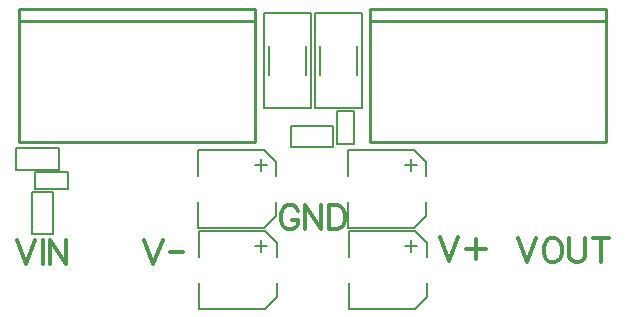
<source format=gto>
G04 DipTrace Beta 2.9.0.1*
G04 OPA541APBreakout.GTO*
%MOIN*%
G04 #@! TF.FileFunction,Legend,Top*
G04 #@! TF.Part,Single*
%ADD10C,0.009843*%
%ADD19C,0.005*%
%ADD43C,0.012351*%
%FSLAX26Y26*%
G04*
G70*
G90*
G75*
G01*
G04 TopSilk*
%LPD*%
X74528Y457559D2*
D19*
X184646D1*
Y400000D1*
X74528D1*
Y457559D1*
X1137087Y660000D2*
X1079528D1*
Y549882D1*
X1137087D1*
Y660000D1*
X1118787Y529921D2*
X1339238D1*
X1118787Y270000D2*
X1339238D1*
X1118787Y356684D2*
Y270078D1*
Y443315D2*
Y529921D1*
X1339238D2*
X1378615Y490543D1*
X1339238Y270078D2*
X1378615Y309456D1*
Y356684D1*
Y490543D2*
Y443315D1*
X1307750Y478743D2*
X1347127D1*
X1327455Y459067D2*
Y498419D1*
X1120086Y260921D2*
X1340537D1*
X1120086Y1000D2*
X1340537D1*
X1120086Y87684D2*
Y1078D1*
Y174315D2*
Y260921D1*
X1340537D2*
X1379914Y221543D1*
X1340537Y1078D2*
X1379914Y40456D1*
Y87684D1*
Y221543D2*
Y174315D1*
X1309049Y209743D2*
X1348426D1*
X1328754Y190067D2*
Y229419D1*
X620086Y260921D2*
X840537D1*
X620086Y1000D2*
X840537D1*
X620086Y87684D2*
Y1078D1*
Y174315D2*
Y260921D1*
X840537D2*
X879914Y221543D1*
X840537Y1078D2*
X879914Y40456D1*
Y87684D1*
Y221543D2*
Y174315D1*
X809049Y209743D2*
X848426D1*
X828754Y190067D2*
Y229419D1*
X618787Y529921D2*
X839238D1*
X618787Y270000D2*
X839238D1*
X618787Y356684D2*
Y270078D1*
Y443315D2*
Y529921D1*
X839238D2*
X878615Y490543D1*
X839238Y270078D2*
X878615Y309456D1*
Y356684D1*
Y490543D2*
Y443315D1*
X807750Y478743D2*
X847127D1*
X827455Y459067D2*
Y498419D1*
X1068402Y610433D2*
X926535D1*
Y539567D1*
X1068402D1*
Y610433D1*
X993740Y986102D2*
X836260D1*
Y671142D1*
X993740D1*
Y986102D1*
X976024Y877819D2*
Y779425D1*
X853976Y877819D2*
Y779425D1*
X1163740Y986102D2*
X1006260D1*
Y671142D1*
X1163740D1*
Y986102D1*
X1146024Y877819D2*
Y779425D1*
X1023976Y877819D2*
Y779425D1*
X64567Y391000D2*
X135433D1*
Y249134D1*
X64567D1*
Y391000D1*
X11402Y464567D2*
X153268D1*
Y535433D1*
X11402D1*
Y464567D1*
X21000Y1000000D2*
D10*
X809000D1*
Y555000D1*
X21000D1*
Y1000000D1*
X21236Y961241D2*
X808764D1*
X1191000Y1000000D2*
X1979000D1*
Y555000D1*
X1191000D1*
Y1000000D1*
X1191236Y961241D2*
X1978764D1*
X13457Y230585D2*
D43*
X44054Y150201D1*
X74651Y230585D1*
X99354D2*
Y150201D1*
X177646Y230585D2*
Y150201D1*
X124057Y230585D1*
Y150201D1*
X438457Y230585D2*
X469054Y150201D1*
X499651Y230585D1*
X524354Y190349D2*
X568569D1*
X1423457Y240585D2*
X1454054Y160201D1*
X1484651Y240585D1*
X1543754Y234793D2*
Y165905D1*
X1509354Y200305D2*
X1578242D1*
X1683457Y235585D2*
X1714054Y155201D1*
X1744651Y235585D1*
X1792346D2*
X1784652Y231783D1*
X1777047Y224089D1*
X1773156Y216484D1*
X1769354Y204988D1*
Y185798D1*
X1773156Y174391D1*
X1777047Y166697D1*
X1784652Y159092D1*
X1792346Y155201D1*
X1807644D1*
X1815250Y159092D1*
X1822943Y166697D1*
X1826746Y174391D1*
X1830548Y185798D1*
Y204988D1*
X1826746Y216484D1*
X1822943Y224089D1*
X1815250Y231783D1*
X1807644Y235585D1*
X1792346D1*
X1855251D2*
Y178193D1*
X1859054Y166697D1*
X1866747Y159092D1*
X1878243Y155201D1*
X1885848D1*
X1897344Y159092D1*
X1905038Y166697D1*
X1908840Y178193D1*
Y235585D1*
X1960338D2*
Y155201D1*
X1933543Y235585D2*
X1987132D1*
X950848Y326484D2*
X947046Y334089D1*
X939352Y341783D1*
X931747Y345585D1*
X916449D1*
X908755Y341783D1*
X901150Y334089D1*
X897259Y326484D1*
X893457Y314988D1*
Y295798D1*
X897259Y284391D1*
X901150Y276697D1*
X908755Y269092D1*
X916449Y265201D1*
X931747D1*
X939352Y269092D1*
X947046Y276697D1*
X950848Y284391D1*
Y295798D1*
X931747D1*
X1029141Y345585D2*
Y265201D1*
X975551Y345585D1*
Y265201D1*
X1053843Y345585D2*
Y265201D1*
X1080638D1*
X1092134Y269092D1*
X1099828Y276697D1*
X1103630Y284391D1*
X1107433Y295798D1*
Y314988D1*
X1103630Y326484D1*
X1099828Y334089D1*
X1092134Y341783D1*
X1080638Y345585D1*
X1053843D1*
M02*

</source>
